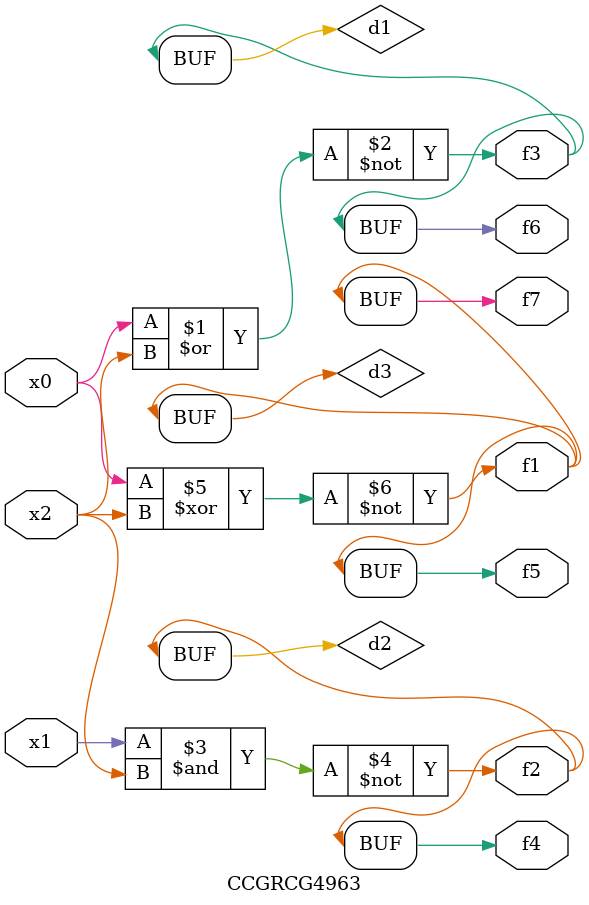
<source format=v>
module CCGRCG4963(
	input x0, x1, x2,
	output f1, f2, f3, f4, f5, f6, f7
);

	wire d1, d2, d3;

	nor (d1, x0, x2);
	nand (d2, x1, x2);
	xnor (d3, x0, x2);
	assign f1 = d3;
	assign f2 = d2;
	assign f3 = d1;
	assign f4 = d2;
	assign f5 = d3;
	assign f6 = d1;
	assign f7 = d3;
endmodule

</source>
